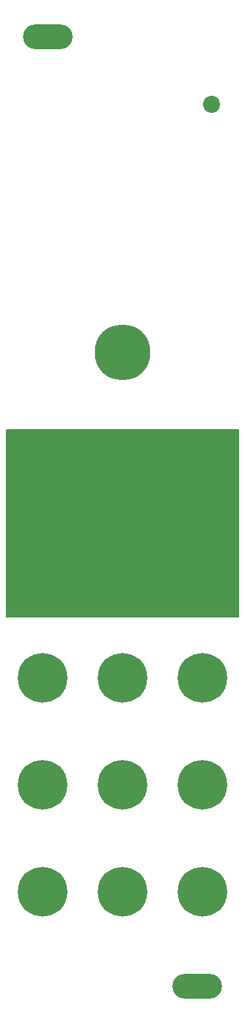
<source format=gbs>
G04 #@! TF.GenerationSoftware,KiCad,Pcbnew,8.0.5*
G04 #@! TF.CreationDate,2024-11-11T16:09:23-05:00*
G04 #@! TF.ProjectId,kicad_frontpanel,6b696361-645f-4667-926f-6e7470616e65,rev?*
G04 #@! TF.SameCoordinates,Original*
G04 #@! TF.FileFunction,Soldermask,Bot*
G04 #@! TF.FilePolarity,Negative*
%FSLAX46Y46*%
G04 Gerber Fmt 4.6, Leading zero omitted, Abs format (unit mm)*
G04 Created by KiCad (PCBNEW 8.0.5) date 2024-11-11 16:09:23*
%MOMM*%
%LPD*%
G01*
G04 APERTURE LIST*
%ADD10C,0.150000*%
%ADD11C,6.400000*%
%ADD12C,2.200000*%
%ADD13O,6.400000X3.200000*%
%ADD14C,7.200000*%
G04 APERTURE END LIST*
D10*
X20000000Y-63700000D02*
X50000000Y-63700000D01*
X50000000Y-87800000D01*
X20000000Y-87800000D01*
X20000000Y-63700000D01*
G36*
X20000000Y-63700000D02*
G01*
X50000000Y-63700000D01*
X50000000Y-87800000D01*
X20000000Y-87800000D01*
X20000000Y-63700000D01*
G37*
D11*
X35000000Y-109525000D03*
D12*
X39200000Y-80200000D03*
D11*
X35000000Y-95675000D03*
D13*
X44650000Y-135500000D03*
X25350000Y-13000000D03*
D12*
X28650000Y-76600000D03*
X46500000Y-21750000D03*
D14*
X35000000Y-53725000D03*
D11*
X45300000Y-123300000D03*
D12*
X29900000Y-81350000D03*
X45275000Y-74450000D03*
X33975000Y-79350000D03*
D11*
X24675000Y-109500000D03*
X24700000Y-95675000D03*
D12*
X40075000Y-75750000D03*
D11*
X34975000Y-123325000D03*
X45300000Y-109500000D03*
X24700000Y-123300000D03*
X45300000Y-95675000D03*
M02*

</source>
